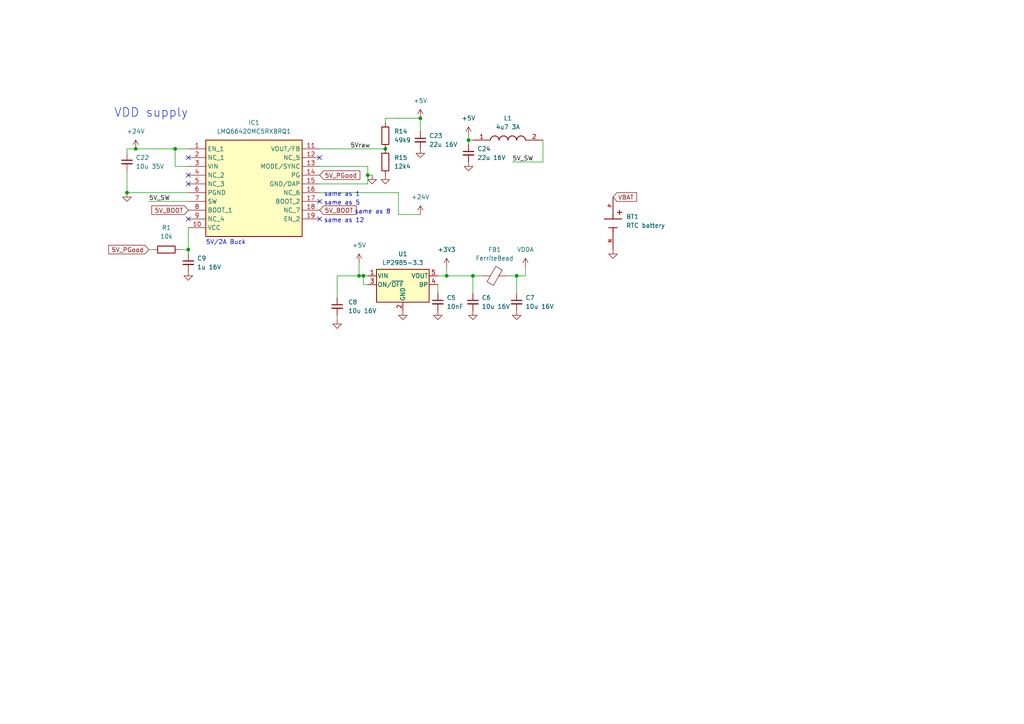
<source format=kicad_sch>
(kicad_sch (version 20230121) (generator eeschema)
  (paper "A4")
  (lib_symbols
    (symbol "Device:C_Small" (pin_numbers hide) (pin_names (offset 0.254) hide)
      (property "Reference" "C" (at 0.254 1.778 0))
      (property "Value" "C_Small" (at 0.254 -2.032 0))
      (symbol "C_Small_0_1"
        (polyline (pts (xy -1.524 -0.508) (xy 1.524 -0.508)) (stroke (width 0.3302)))
        (polyline (pts (xy -1.524 0.508) (xy 1.524 0.508)) (stroke (width 0.3048)))
      )
      (symbol "C_Small_1_1"
        (pin passive line (at 0 2.54 270) (length 2.032) (name "~") (number "1"))
        (pin passive line (at 0 -2.54 90) (length 2.032) (name "~") (number "2"))
      )
    )
    (symbol "Device:FerriteBead" (pin_numbers hide) (pin_names (offset 0))
      (property "Reference" "FB" (at -3.81 0.635 90))
      (property "Value" "FerriteBead" (at 3.81 0 90))
      (symbol "FerriteBead_0_1"
        (polyline (pts (xy 0 -1.27) (xy 0 -1.2192)))
        (polyline (pts (xy 0 1.27) (xy 0 1.2954)))
        (polyline (pts (xy -2.7686 0.4064) (xy -1.7018 2.2606) (xy 2.7686 -0.3048) (xy 1.6764 -2.159) (xy -2.7686 0.4064)))
      )
      (symbol "FerriteBead_1_1"
        (pin passive line (at 0 3.81 270) (length 2.54) (name "~") (number "1"))
        (pin passive line (at 0 -3.81 90) (length 2.54) (name "~") (number "2"))
      )
    )
    (symbol "Device:R" (pin_numbers hide) (pin_names (offset 0))
      (property "Reference" "R" (at 2.032 0 90))
      (property "Value" "R" (at 0 0 90))
      (symbol "R_0_1"
        (rectangle (start -1.016 -2.54) (end 1.016 2.54) (stroke (width 0.254)))
      )
      (symbol "R_1_1"
        (pin passive line (at 0 3.81 270) (length 1.27) (name "~") (number "1"))
        (pin passive line (at 0 -3.81 90) (length 1.27) (name "~") (number "2"))
      )
    )
    (symbol "Regulator_Linear:LP2985-3.3" (pin_names (offset 0.254))
      (property "Reference" "U" (at -6.35 5.715 0))
      (property "Value" "LP2985-3.3" (at 0 5.715 0))
      (symbol "LP2985-3.3_0_1"
        (rectangle (start -7.62 -5.08) (end 7.62 4.445) (stroke (width 0.254)) (fill (type background)))
      )
      (symbol "LP2985-3.3_1_1"
        (pin power_in line (at -10.16 2.54 0) (length 2.54) (name "VIN") (number "1"))
        (pin power_in line (at 0 -7.62 90) (length 2.54) (name "GND") (number "2"))
        (pin input line (at -10.16 0 0) (length 2.54) (name "ON/~{OFF}") (number "3"))
        (pin input line (at 10.16 0 180) (length 2.54) (name "BP") (number "4"))
        (pin power_out line (at 10.16 2.54 180) (length 2.54) (name "VOUT") (number "5"))
      )
    )
    (symbol "SamacSys_Parts:LMQ66420MC5RXBRQ1"
      (property "Reference" "IC" (at 34.29 7.62 0))
      (property "Value" "LMQ66420MC5RXBRQ1" (at 34.29 5.08 0))
      (symbol "LMQ66420MC5RXBRQ1_1_1"
        (rectangle (start 5.08 2.54) (end 33.02 -25.4) (stroke (width 0.254)) (fill (type background)))
        (pin passive line (at 0 0 0) (length 5.08) (name "EN_1") (number "1"))
        (pin passive line (at 0 -22.86 0) (length 5.08) (name "VCC") (number "10"))
        (pin passive line (at 38.1 0 180) (length 5.08) (name "VOUT/FB") (number "11"))
        (pin passive line (at 38.1 -2.54 180) (length 5.08) (name "NC_5") (number "12"))
        (pin passive line (at 38.1 -5.08 180) (length 5.08) (name "MODE/SYNC") (number "13"))
        (pin passive line (at 38.1 -7.62 180) (length 5.08) (name "PG") (number "14"))
        (pin passive line (at 38.1 -10.16 180) (length 5.08) (name "GND/DAP") (number "15"))
        (pin passive line (at 38.1 -12.7 180) (length 5.08) (name "NC_6") (number "16"))
        (pin passive line (at 38.1 -15.24 180) (length 5.08) (name "BOOT_2") (number "17"))
        (pin passive line (at 38.1 -17.78 180) (length 5.08) (name "NC_7") (number "18"))
        (pin passive line (at 38.1 -20.32 180) (length 5.08) (name "EN_2") (number "19"))
        (pin passive line (at 0 -2.54 0) (length 5.08) (name "NC_1") (number "2"))
        (pin passive line (at 0 -5.08 0) (length 5.08) (name "VIN") (number "3"))
        (pin passive line (at 0 -7.62 0) (length 5.08) (name "NC_2") (number "4"))
        (pin passive line (at 0 -10.16 0) (length 5.08) (name "NC_3") (number "5"))
        (pin passive line (at 0 -12.7 0) (length 5.08) (name "PGND") (number "6"))
        (pin passive line (at 0 -15.24 0) (length 5.08) (name "SW") (number "7"))
        (pin passive line (at 0 -17.78 0) (length 5.08) (name "BOOT_1") (number "8"))
        (pin passive line (at 0 -20.32 0) (length 5.08) (name "NC_4") (number "9"))
      )
    )
    (symbol "SamacSys_Parts:SRP5030WA-2R2M" (pin_names hide)
      (property "Reference" "L" (at 16.51 6.35 0))
      (property "Value" "SRP5030WA-2R2M" (at 16.51 3.81 0))
      (symbol "SRP5030WA-2R2M_1_1"
        (arc (start 7.62 0) (mid 6.35 1.219) (end 5.08 0) (stroke (width 0.254)))
        (arc (start 10.16 0) (mid 8.89 1.219) (end 7.62 0) (stroke (width 0.254)))
        (arc (start 12.7 0) (mid 11.43 1.219) (end 10.16 0) (stroke (width 0.254)))
        (arc (start 15.24 0) (mid 13.97 1.219) (end 12.7 0) (stroke (width 0.254)))
        (pin passive line (at 0 0 0) (length 5.08) (name "1") (number "1"))
        (pin passive line (at 20.32 0 180) (length 5.08) (name "2") (number "2"))
      )
    )
    (symbol "nturt_kicad_lib:1056" (pin_names (offset 1.016))
      (property "Reference" "BT" (at -3.81 3.81 0))
      (property "Value" "1056" (at -3.81 -5.08 0))
      (symbol "1056_0_0"
        (polyline (pts (xy -3.81 1.905) (xy -2.54 1.905)) (stroke (width 0.254)))
        (polyline (pts (xy -3.175 2.54) (xy -3.175 1.27)) (stroke (width 0.254)))
        (polyline (pts (xy -1.27 0) (xy -2.54 0)) (stroke (width 0.254)))
        (polyline (pts (xy -1.27 0) (xy -1.27 -2.54)) (stroke (width 0.254)))
        (polyline (pts (xy -1.27 2.54) (xy -1.27 0)) (stroke (width 0.254)))
        (polyline (pts (xy 1.27 0) (xy 1.27 -1.27)) (stroke (width 0.254)))
        (polyline (pts (xy 1.27 0) (xy 2.54 0)) (stroke (width 0.254)))
        (polyline (pts (xy 1.27 1.27) (xy 1.27 0)) (stroke (width 0.254)))
        (pin passive line (at 7.62 0 180) (length 5.08) (name "~") (number "N"))
        (pin passive line (at -7.62 0 0) (length 5.08) (name "~") (number "P"))
      )
    )
    (symbol "power:+24V" (power) (pin_names (offset 0))
      (property "Value" "+24V" (at 0 3.556 0))
      (symbol "+24V_0_1"
        (polyline (pts (xy -0.762 1.27) (xy 0 2.54)))
        (polyline (pts (xy 0 0) (xy 0 2.54)))
        (polyline (pts (xy 0 2.54) (xy 0.762 1.27)))
      )
      (symbol "+24V_1_1"
        (pin power_in line (at 0 0 90) (length 0) hide (name "+24V") (number "1"))
      )
    )
    (symbol "power:+3V3" (power) (pin_names (offset 0))
      (property "Value" "+3V3" (at 0 3.556 0))
      (symbol "+3V3_0_1"
        (polyline (pts (xy -0.762 1.27) (xy 0 2.54)))
        (polyline (pts (xy 0 0) (xy 0 2.54)))
        (polyline (pts (xy 0 2.54) (xy 0.762 1.27)))
      )
      (symbol "+3V3_1_1"
        (pin power_in line (at 0 0 90) (length 0) hide (name "+3V3") (number "1"))
      )
    )
    (symbol "power:+5V" (power) (pin_names (offset 0))
      (property "Value" "+5V" (at 0 3.556 0))
      (symbol "+5V_0_1"
        (polyline (pts (xy -0.762 1.27) (xy 0 2.54)))
        (polyline (pts (xy 0 0) (xy 0 2.54)))
        (polyline (pts (xy 0 2.54) (xy 0.762 1.27)))
      )
      (symbol "+5V_1_1"
        (pin power_in line (at 0 0 90) (length 0) hide (name "+5V") (number "1"))
      )
    )
    (symbol "power:GND" (power) (pin_names (offset 0))
      (property "Value" "GND" (at 0 -3.81 0))
      (symbol "GND_0_1"
        (polyline (pts (xy 0 0) (xy 0 -1.27) (xy 1.27 -1.27) (xy 0 -2.54) (xy -1.27 -1.27) (xy 0 -1.27)))
      )
      (symbol "GND_1_1"
        (pin power_in line (at 0 0 270) (length 0) hide (name "GND") (number "1"))
      )
    )
    (symbol "power:VDDA" (power) (pin_names (offset 0))
      (property "Value" "VDDA" (at 0 3.81 0))
      (symbol "VDDA_0_1"
        (polyline (pts (xy -0.762 1.27) (xy 0 2.54)))
        (polyline (pts (xy 0 0) (xy 0 2.54)))
        (polyline (pts (xy 0 2.54) (xy 0.762 1.27)))
      )
      (symbol "VDDA_1_1"
        (pin power_in line (at 0 0 90) (length 0) hide (name "VDDA") (number "1"))
      )
    )
  )
  (junction (at 135.89 40.64))
  (junction (at 121.92 34.29))
  (junction (at 137.16 80.01))
  (junction (at 36.83 55.88))
  (junction (at 129.54 80.01))
  (junction (at 104.14 80.01))
  (junction (at 39.37 43.18))
  (junction (at 50.8 43.18))
  (junction (at 105.41 80.01))
  (junction (at 54.61 72.39))
  (junction (at 149.86 80.01))
  (junction (at 106.68 50.8))
  (junction (at 111.76 43.18))
  (no_connect (at 54.61 53.34))
  (no_connect (at 54.61 63.5))
  (no_connect (at 54.61 50.8))
  (no_connect (at 92.71 58.42))
  (no_connect (at 92.71 63.5))
  (no_connect (at 54.61 45.72))
  (no_connect (at 92.71 45.72))
  (wire (pts (xy 54.61 66.04) (xy 54.61 72.39)))
  (wire (pts (xy 149.86 80.01) (xy 147.32 80.01)))
  (wire (pts (xy 135.89 39.37) (xy 135.89 40.64)))
  (wire (pts (xy 92.71 48.26) (xy 106.68 48.26)))
  (wire (pts (xy 43.18 72.39) (xy 44.45 72.39)))
  (wire (pts (xy 52.07 72.39) (xy 54.61 72.39)))
  (wire (pts (xy 157.48 46.99) (xy 157.48 40.64)))
  (wire (pts (xy 50.8 43.18) (xy 39.37 43.18)))
  (wire (pts (xy 107.95 50.8) (xy 106.68 50.8)))
  (wire (pts (xy 121.92 34.29) (xy 111.76 34.29)))
  (wire (pts (xy 97.79 80.01) (xy 97.79 86.36)))
  (wire (pts (xy 36.83 49.53) (xy 36.83 55.88)))
  (wire (pts (xy 149.86 80.01) (xy 152.4 80.01)))
  (wire (pts (xy 152.4 77.47) (xy 152.4 80.01)))
  (wire (pts (xy 104.14 76.2) (xy 104.14 80.01)))
  (wire (pts (xy 36.83 55.88) (xy 54.61 55.88)))
  (wire (pts (xy 127 85.09) (xy 127 82.55)))
  (wire (pts (xy 106.68 48.26) (xy 106.68 50.8)))
  (wire (pts (xy 50.8 43.18) (xy 54.61 43.18)))
  (wire (pts (xy 135.89 41.91) (xy 135.89 40.64)))
  (wire (pts (xy 148.59 46.99) (xy 157.48 46.99)))
  (wire (pts (xy 106.68 50.8) (xy 106.68 53.34)))
  (wire (pts (xy 104.14 80.01) (xy 105.41 80.01)))
  (wire (pts (xy 36.83 43.18) (xy 39.37 43.18)))
  (wire (pts (xy 54.61 48.26) (xy 50.8 48.26)))
  (wire (pts (xy 43.18 58.42) (xy 54.61 58.42)))
  (wire (pts (xy 105.41 80.01) (xy 105.41 82.55)))
  (wire (pts (xy 149.86 80.01) (xy 149.86 85.09)))
  (wire (pts (xy 97.79 91.44) (xy 97.79 92.71)))
  (wire (pts (xy 54.61 72.39) (xy 54.61 73.66)))
  (wire (pts (xy 137.16 80.01) (xy 137.16 85.09)))
  (wire (pts (xy 111.76 34.29) (xy 111.76 35.56)))
  (wire (pts (xy 92.71 53.34) (xy 106.68 53.34)))
  (wire (pts (xy 50.8 48.26) (xy 50.8 43.18)))
  (wire (pts (xy 129.54 77.47) (xy 129.54 80.01)))
  (wire (pts (xy 121.92 62.23) (xy 115.57 62.23)))
  (wire (pts (xy 36.83 44.45) (xy 36.83 43.18)))
  (wire (pts (xy 121.92 34.29) (xy 121.92 38.1)))
  (wire (pts (xy 105.41 82.55) (xy 106.68 82.55)))
  (wire (pts (xy 115.57 55.88) (xy 92.71 55.88)))
  (wire (pts (xy 137.16 40.64) (xy 135.89 40.64)))
  (wire (pts (xy 92.71 43.18) (xy 111.76 43.18)))
  (wire (pts (xy 129.54 80.01) (xy 137.16 80.01)))
  (wire (pts (xy 105.41 80.01) (xy 106.68 80.01)))
  (wire (pts (xy 115.57 62.23) (xy 115.57 55.88)))
  (wire (pts (xy 97.79 80.01) (xy 104.14 80.01)))
  (wire (pts (xy 127 80.01) (xy 129.54 80.01)))
  (wire (pts (xy 137.16 80.01) (xy 139.7 80.01)))
  (text "same as 8" (at 102.87 62.23 0) (effects (font (size 1.27 1.27)) (justify left bottom)))
  (text "same as 5" (at 93.98 59.69 0) (effects (font (size 1.27 1.27)) (justify left bottom)))
  (text "VDD supply" (at 33.02 34.29 0) (effects (font (size 2.54 2.54)) (justify left bottom)))
  (text "same as 1" (at 93.98 57.15 0) (effects (font (size 1.27 1.27)) (justify left bottom)))
  (text "same as 12" (at 93.98 64.77 0) (effects (font (size 1.27 1.27)) (justify left bottom)))
  (text "5V/2A Buck" (at 59.69 71.12 0) (effects (font (size 1.27 1.27)) (justify left bottom)))
  (label "5V_SW" (at 43.18 58.42 0))
  (label "5V_SW" (at 148.59 46.99 0))
  (label "5Vraw" (at 101.6 43.18 0))
  (global_label "5V_PGood" (shape input) (at 92.71 50.8 0) (property "Intersheetrefs" "${INTERSHEET_REFS}" (effects hide)))
  (global_label "VBAT" (shape input) (at 177.8 57.15 0) (property "Intersheetrefs" "${INTERSHEET_REFS}" (effects hide)))
  (global_label "5V_BOOT" (shape input) (at 92.71 60.96 0) (property "Intersheetrefs" "${INTERSHEET_REFS}" (effects hide)))
  (global_label "5V_PGood" (shape input) (at 43.18 72.39 180) (property "Intersheetrefs" "${INTERSHEET_REFS}" (effects hide)))
  (global_label "5V_BOOT" (shape input) (at 54.61 60.96 180) (property "Intersheetrefs" "${INTERSHEET_REFS}" (effects hide)))
  (symbol (lib_id "SamacSys_Parts:LMQ66420MC5RXBRQ1") (at 54.61 43.18 0) (unit 1)
    (property "Reference" "IC1" (at 73.66 35.56 0))
    (property "Value" "LMQ66420MC5RXBRQ1" (at 73.66 38.1 0))
    (property "Footprint" "SamacSys_Parts:LMR66430R5RXBR" (effects hide))
    (property "Datasheet" "https://www.ti.com/lit/gpn/lmq66420-q1?HQS=ti-null-null-sf-df-pf-sep-wwe&DCM=yes?hkey=EF798316E3902B6ED9A73243A3159BB0" (effects hide))
    (property "Height" "1.05" (effects hide))
    (property "Manufacturer_Name" "Texas Instruments" (effects hide))
    (property "Manufacturer_Part_Number" "LMQ66420MC5RXBRQ1" (effects hide))
    (property "Mouser Part Number" "595-MQ66420MC5RXBRQ1" (effects hide))
    (property "Mouser Price/Stock" "https://www.mouser.co.uk/ProductDetail/Texas-Instruments/LMQ66420MC5RXBRQ1?qs=1Kr7Jg1SGW%2FJb4To9Gytbg%3D%3D" (effects hide))
    (instances (project "rearbox_nucleo_1" (path "" (reference "IC1") (unit 1))) (project "DIY_IMU" (path "" (reference "IC3") (unit 1)) (path "" (reference "IC2") (unit 1))) (project "power board" (path "" (reference "IC1") (unit 1)) (path "" (reference "IC1") (unit 1))))
  )
  (symbol (lib_id "Device:C_Small") (at 137.16 87.63 0) (unit 1)
    (property "Reference" "C6" (at 139.7 86.36 0) (effects (justify left)))
    (property "Value" "10u 16V" (at 139.7 88.9 0) (effects (justify left)))
    (property "Footprint" "Capacitor_SMD:C_1206_3216Metric" (effects hide))
    (instances (project "DIY_IMU" (path "" (reference "C6") (unit 1)) (path "" (reference "C6") (unit 1))) (project "power board" (path "" (reference "C8") (unit 1)) (path "" (reference "C8") (unit 1))))
  )
  (symbol (lib_id "power:GND") (at 149.86 90.17 0) (unit 1)
    (property "Reference" "#PWR020" (effects hide))
    (property "Value" "GND" (effects hide))
    (instances (project "DIY_IMU" (path "" (reference "#PWR020") (unit 1)) (path "" (reference "#PWR020") (unit 1))) (project "power board" (path "" (reference "#PWR033") (unit 1)) (path "" (reference "#PWR033") (unit 1))))
  )
  (symbol (lib_id "power:+5V") (at 135.89 39.37 0) (unit 1)
    (property "Reference" "#PWR038" (effects hide))
    (property "Value" "+5V" (at 135.89 34.29 0))
    (instances (project "rearbox_nucleo_1" (path "" (reference "#PWR038") (unit 1))) (project "DIY_IMU" (path "" (reference "#PWR05") (unit 1)) (path "" (reference "#PWR05") (unit 1))) (project "BMS_MASTER_STM32F105RC" (path "" (reference "#PWR026") (unit 1))) (project "power board" (path "" (reference "#PWR04") (unit 1)) (path "" (reference "#PWR04") (unit 1))))
  )
  (symbol (lib_id "power:GND") (at 36.83 55.88 0) (unit 1)
    (property "Reference" "#PWR024" (effects hide))
    (property "Value" "GND" (effects hide))
    (instances (project "rearbox_nucleo_1" (path "" (reference "#PWR024") (unit 1))) (project "DIY_IMU" (path "" (reference "#PWR011") (unit 1)) (path "" (reference "#PWR011") (unit 1))) (project "BMS_MASTER_STM32F105RC" (path "" (reference "#PWR018") (unit 1))) (project "power board" (path "" (reference "#PWR014") (unit 1)) (path "" (reference "#PWR014") (unit 1))))
  )
  (symbol (lib_id "power:GND") (at 116.84 90.17 0) (unit 1)
    (property "Reference" "#PWR017" (effects hide))
    (property "Value" "GND" (effects hide))
    (instances (project "DIY_IMU" (path "" (reference "#PWR017") (unit 1)) (path "" (reference "#PWR017") (unit 1))) (project "power board" (path "" (reference "#PWR030") (unit 1)) (path "" (reference "#PWR030") (unit 1))))
  )
  (symbol (lib_id "power:GND") (at 121.92 43.18 0) (unit 1)
    (property "Reference" "#PWR096" (effects hide))
    (property "Value" "GND" (effects hide))
    (instances (project "rearbox_nucleo_1" (path "" (reference "#PWR096") (unit 1))) (project "DIY_IMU" (path "" (reference "#PWR07") (unit 1)) (path "" (reference "#PWR07") (unit 1))) (project "BMS_MASTER_STM32F105RC" (path "" (reference "#PWR025") (unit 1))) (project "power board" (path "" (reference "#PWR013") (unit 1)) (path "" (reference "#PWR010") (unit 1))))
  )
  (symbol (lib_id "power:GND") (at 97.79 92.71 0) (unit 1)
    (property "Reference" "#PWR021" (effects hide))
    (property "Value" "GND" (effects hide))
    (instances (project "DIY_IMU" (path "" (reference "#PWR021") (unit 1)) (path "" (reference "#PWR021") (unit 1))) (project "power board" (path "" (reference "#PWR036") (unit 1)) (path "" (reference "#PWR036") (unit 1))))
  )
  (symbol (lib_id "power:+24V") (at 39.37 43.18 0) (unit 1)
    (property "Reference" "#PWR0107" (effects hide))
    (property "Value" "+24V" (at 39.37 38.1 0))
    (instances (project "rearbox_nucleo_1" (path "" (reference "#PWR0107") (unit 1)) (path "" (reference "#PWR019") (unit 1))) (project "DIY_IMU" (path "" (reference "#PWR06") (unit 1)) (path "" (reference "#PWR06") (unit 1))) (project "power board" (path "" (reference "#PWR06") (unit 1)) (path "" (reference "#PWR06") (unit 1))))
  )
  (symbol (lib_id "power:GND") (at 107.95 50.8 0) (unit 1)
    (property "Reference" "#PWR079" (effects hide))
    (property "Value" "GND" (effects hide))
    (instances (project "rearbox_nucleo_1" (path "" (reference "#PWR079") (unit 1))) (project "DIY_IMU" (path "" (reference "#PWR09") (unit 1)) (path "" (reference "#PWR09") (unit 1))) (project "BMS_MASTER_STM32F105RC" (path "" (reference "#PWR023") (unit 1))) (project "power board" (path "" (reference "#PWR011") (unit 1)) (path "" (reference "#PWR012") (unit 1))))
  )
  (symbol (lib_id "Device:R") (at 48.26 72.39 90) (unit 1)
    (property "Reference" "R1" (at 48.26 66.04 90))
    (property "Value" "10k" (at 48.26 68.58 90))
    (property "Footprint" "Resistor_SMD:R_0603_1608Metric" (effects hide))
    (instances (project "rearbox_nucleo_1" (path "" (reference "R1") (unit 1))) (project "DIY_IMU" (path "" (reference "R3") (unit 1)) (path "" (reference "R3") (unit 1))) (project "BMS_MASTER_STM32F105RC" (path "" (reference "R3") (unit 1))) (project "power board" (path "" (reference "R9") (unit 1)) (path "" (reference "R9") (unit 1))))
  )
  (symbol (lib_id "power:GND") (at 54.61 78.74 0) (unit 1)
    (property "Reference" "#PWR067" (effects hide))
    (property "Value" "GND" (effects hide))
    (instances (project "rearbox_nucleo_1" (path "" (reference "#PWR067") (unit 1))) (project "DIY_IMU" (path "" (reference "#PWR013") (unit 1)) (path "" (reference "#PWR016") (unit 1))) (project "BMS_MASTER_STM32F105RC" (path "" (reference "#PWR017") (unit 1))) (project "power board" (path "" (reference "#PWR021") (unit 1)) (path "" (reference "#PWR021") (unit 1))))
  )
  (symbol (lib_id "power:GND") (at 137.16 90.17 0) (unit 1)
    (property "Reference" "#PWR019" (effects hide))
    (property "Value" "GND" (effects hide))
    (instances (project "DIY_IMU" (path "" (reference "#PWR019") (unit 1)) (path "" (reference "#PWR019") (unit 1))) (project "power board" (path "" (reference "#PWR032") (unit 1)) (path "" (reference "#PWR032") (unit 1))))
  )
  (symbol (lib_id "Device:R") (at 111.76 39.37 0) (unit 1)
    (property "Reference" "R14" (at 114.3 38.1 0) (effects (justify left)))
    (property "Value" "49k9" (at 114.3 40.64 0) (effects (justify left)))
    (property "Footprint" "Resistor_SMD:R_0603_1608Metric" (effects hide))
    (instances (project "rearbox_nucleo_1" (path "" (reference "R14") (unit 1))) (project "DIY_IMU" (path "" (reference "R1") (unit 1)) (path "" (reference "R1") (unit 1))) (project "BMS_MASTER_STM32F105RC" (path "" (reference "R1") (unit 1))) (project "power board" (path "" (reference "R1") (unit 1)) (path "" (reference "R1") (unit 1))))
  )
  (symbol (lib_id "power:+5V") (at 104.14 76.2 0) (unit 1)
    (property "Reference" "#PWR095" (effects hide))
    (property "Value" "+5V" (at 104.14 71.12 0))
    (instances (project "rearbox_nucleo_1" (path "" (reference "#PWR095") (unit 1))) (project "DIY_IMU" (path "" (reference "#PWR014") (unit 1)) (path "" (reference "#PWR013") (unit 1))) (project "BMS_MASTER_STM32F105RC" (path "" (reference "#PWR026") (unit 1))) (project "power board" (path "" (reference "#PWR027") (unit 1)) (path "" (reference "#PWR027") (unit 1))))
  )
  (symbol (lib_id "power:+3V3") (at 129.54 77.47 0) (unit 1)
    (property "Reference" "#PWR016" (effects hide))
    (property "Value" "+3V3" (at 129.54 72.39 0))
    (instances (project "DIY_IMU" (path "" (reference "#PWR016") (unit 1)) (path "" (reference "#PWR014") (unit 1))))
  )
  (symbol (lib_id "power:+5V") (at 121.92 34.29 0) (unit 1)
    (property "Reference" "#PWR095" (effects hide))
    (property "Value" "+5V" (at 121.92 29.21 0))
    (instances (project "rearbox_nucleo_1" (path "" (reference "#PWR095") (unit 1))) (project "DIY_IMU" (path "" (reference "#PWR04") (unit 1)) (path "" (reference "#PWR04") (unit 1))) (project "BMS_MASTER_STM32F105RC" (path "" (reference "#PWR026") (unit 1))) (project "power board" (path "" (reference "#PWR01") (unit 1)) (path "" (reference "#PWR01") (unit 1))))
  )
  (symbol (lib_id "Device:C_Small") (at 135.89 44.45 0) (unit 1)
    (property "Reference" "C24" (at 138.43 43.1863 0) (effects (justify left)))
    (property "Value" "22u 16V" (at 138.43 45.7263 0) (effects (justify left)))
    (property "Footprint" "Capacitor_SMD:C_1206_3216Metric" (effects hide))
    (instances (project "rearbox_nucleo_1" (path "" (reference "C24") (unit 1))) (project "DIY_IMU" (path "" (reference "C2") (unit 1)) (path "" (reference "C2") (unit 1))) (project "power board" (path "" (reference "C3") (unit 1)) (path "" (reference "C3") (unit 1))))
  )
  (symbol (lib_id "nturt_kicad_lib:1056") (at 177.8 64.77 270) (unit 1)
    (property "Reference" "BT1" (at 181.61 62.865 90) (effects (justify left)))
    (property "Value" "RTC battery" (at 181.61 65.405 90) (effects (justify left)))
    (property "Footprint" "nturt_kicad_lib:BAT_1056" (effects hide))
    (property "PARTREV" "D" (effects hide))
    (property "STANDARD" "Manufacturer Recommendations" (effects hide))
    (property "SNAPEDA_PN" "1056" (effects hide))
    (property "MAXIMUM_PACKAGE_HEIGHT" "3.99mm" (effects hide))
    (property "MANUFACTURER" "Keystone" (effects hide))
  )
  (symbol (lib_id "SamacSys_Parts:SRP5030WA-2R2M") (at 137.16 40.64 0) (unit 1)
    (property "Reference" "L1" (at 147.32 34.29 0))
    (property "Value" "4u7 3A" (at 147.32 36.83 0))
    (property "Footprint" "SamacSys_Parts:INDPM5552X300N" (effects hide))
    (property "Datasheet" "https://g.componentsearchengine.com/Datasheets/0/17601779.pdf" (effects hide))
    (property "Height" "3" (effects hide))
    (property "Mouser Part Number" "652-SRP5030WA-2R2M" (effects hide))
    (property "Mouser Price/Stock" "https://www.mouser.co.uk/ProductDetail/Bourns/SRP5030WA-2R2M?qs=9vOqFld9vZVq3RBIMMlcwg%3D%3D" (effects hide))
    (property "Manufacturer_Name" "Bourns" (effects hide))
    (property "Manufacturer_Part_Number" "SRP5030WA-2R2M" (effects hide))
  )
  (symbol (lib_id "Device:FerriteBead") (at 143.51 80.01 90) (unit 1)
    (property "Reference" "FB1" (at 143.4592 72.39 90))
    (property "Value" "FerriteBead" (at 143.4592 74.93 90))
    (property "Footprint" "Inductor_SMD:L_0805_2012Metric" (effects hide))
  )
  (symbol (lib_id "Device:C_Small") (at 54.61 76.2 0) (unit 1)
    (property "Reference" "C9" (at 57.15 74.9363 0) (effects (justify left)))
    (property "Value" "1u 16V" (at 57.15 77.4763 0) (effects (justify left)))
    (property "Footprint" "Capacitor_SMD:C_0805_2012Metric" (effects hide))
    (instances (project "rearbox_nucleo_1" (path "" (reference "C9") (unit 1))) (project "DIY_IMU" (path "" (reference "C4") (unit 1)) (path "" (reference "C4") (unit 1))) (project "power board" (path "" (reference "C6") (unit 1)) (path "" (reference "C6") (unit 1))))
  )
  (symbol (lib_id "power:GND") (at 177.8 72.39 0) (unit 1)
    (property "Reference" "#PWR088" (effects hide))
    (property "Value" "GND" (effects hide))
    (instances (project "rearbox_nucleo_1" (path "" (reference "#PWR088") (unit 1))) (project "RpiHat" (path "" (reference "#PWR021") (unit 1)) (path "" (reference "#PWR012") (unit 1))) (project "DIY_IMU" (path "" (reference "#PWR058") (unit 1))))
  )
  (symbol (lib_id "power:GND") (at 135.89 46.99 0) (unit 1)
    (property "Reference" "#PWR089" (effects hide))
    (property "Value" "GND" (effects hide))
    (instances (project "rearbox_nucleo_1" (path "" (reference "#PWR089") (unit 1))) (project "DIY_IMU" (path "" (reference "#PWR08") (unit 1)) (path "" (reference "#PWR08") (unit 1))) (project "BMS_MASTER_STM32F105RC" (path "" (reference "#PWR022") (unit 1))) (project "power board" (path "" (reference "#PWR010") (unit 1)) (path "" (reference "#PWR011") (unit 1))))
  )
  (symbol (lib_id "power:+24V") (at 121.92 62.23 0) (unit 1)
    (property "Reference" "#PWR0107" (effects hide))
    (property "Value" "+24V" (at 121.92 57.15 0))
    (instances (project "rearbox_nucleo_1" (path "" (reference "#PWR0107") (unit 1)) (path "" (reference "#PWR091") (unit 1))) (project "DIY_IMU" (path "" (reference "#PWR012") (unit 1)) (path "" (reference "#PWR012") (unit 1))) (project "power board" (path "" (reference "#PWR019") (unit 1)) (path "" (reference "#PWR019") (unit 1))))
  )
  (symbol (lib_id "Device:C_Small") (at 127 87.63 0) (unit 1)
    (property "Reference" "C5" (at 129.54 86.3663 0) (effects (justify left)))
    (property "Value" "10nF" (at 129.54 88.9063 0) (effects (justify left)))
    (property "Footprint" "Capacitor_SMD:C_0805_2012Metric" (effects hide))
    (instances (project "DIY_IMU" (path "" (reference "C5") (unit 1)) (path "" (reference "C5") (unit 1))) (project "power board" (path "" (reference "C7") (unit 1)) (path "" (reference "C7") (unit 1))))
  )
  (symbol (lib_id "power:GND") (at 127 90.17 0) (unit 1)
    (property "Reference" "#PWR018" (effects hide))
    (property "Value" "GND" (effects hide))
    (instances (project "DIY_IMU" (path "" (reference "#PWR018") (unit 1)) (path "" (reference "#PWR018") (unit 1))) (project "power board" (path "" (reference "#PWR031") (unit 1)) (path "" (reference "#PWR031") (unit 1))))
  )
  (symbol (lib_id "power:GND") (at 111.76 50.8 0) (unit 1)
    (property "Reference" "#PWR087" (effects hide))
    (property "Value" "GND" (effects hide))
    (instances (project "rearbox_nucleo_1" (path "" (reference "#PWR087") (unit 1))) (project "DIY_IMU" (path "" (reference "#PWR010") (unit 1)) (path "" (reference "#PWR010") (unit 1))) (project "BMS_MASTER_STM32F105RC" (path "" (reference "#PWR020") (unit 1))) (project "power board" (path "" (reference "#PWR012") (unit 1)) (path "" (reference "#PWR013") (unit 1))))
  )
  (symbol (lib_id "Device:R") (at 111.76 46.99 0) (unit 1)
    (property "Reference" "R15" (at 114.3 45.72 0) (effects (justify left)))
    (property "Value" "12k4" (at 114.3 48.26 0) (effects (justify left)))
    (property "Footprint" "Resistor_SMD:R_0603_1608Metric" (effects hide))
    (instances (project "rearbox_nucleo_1" (path "" (reference "R15") (unit 1))) (project "DIY_IMU" (path "" (reference "R2") (unit 1)) (path "" (reference "R2") (unit 1))) (project "BMS_MASTER_STM32F105RC" (path "" (reference "R2") (unit 1))) (project "power board" (path "" (reference "R4") (unit 1)) (path "" (reference "R4") (unit 1))))
  )
  (symbol (lib_id "Device:C_Small") (at 149.86 87.63 0) (unit 1)
    (property "Reference" "C7" (at 152.4 86.36 0) (effects (justify left)))
    (property "Value" "10u 16V" (at 152.4 88.9 0) (effects (justify left)))
    (property "Footprint" "Capacitor_SMD:C_1206_3216Metric" (effects hide))
    (instances (project "DIY_IMU" (path "" (reference "C7") (unit 1)) (path "" (reference "C7") (unit 1))) (project "power board" (path "" (reference "C9") (unit 1)) (path "" (reference "C9") (unit 1))))
  )
  (symbol (lib_id "Regulator_Linear:LP2985-3.3") (at 116.84 82.55 0) (unit 1)
    (property "Reference" "U1" (at 116.84 73.66 0))
    (property "Value" "LP2985-3.3" (at 116.84 76.2 0))
    (property "Footprint" "Package_TO_SOT_SMD:SOT-23-5" (effects hide))
    (property "Datasheet" "http://www.ti.com/lit/ds/symlink/lp2985.pdf" (effects hide))
  )
  (symbol (lib_id "Device:C_Small") (at 121.92 40.64 0) (unit 1)
    (property "Reference" "C23" (at 124.46 39.3763 0) (effects (justify left)))
    (property "Value" "22u 16V" (at 124.46 41.9163 0) (effects (justify left)))
    (property "Footprint" "Capacitor_SMD:C_1206_3216Metric" (effects hide))
    (instances (project "rearbox_nucleo_1" (path "" (reference "C23") (unit 1))) (project "DIY_IMU" (path "" (reference "C1") (unit 1)) (path "" (reference "C1") (unit 1))) (project "power board" (path "" (reference "C4") (unit 1)) (path "" (reference "C4") (unit 1))))
  )
  (symbol (lib_id "Device:C_Small") (at 97.79 88.9 0) (unit 1)
    (property "Reference" "C8" (at 100.965 87.63 0) (effects (justify left)))
    (property "Value" "10u 16V" (at 100.965 90.17 0) (effects (justify left)))
    (property "Footprint" "Capacitor_SMD:C_1206_3216Metric" (effects hide))
    (instances (project "DIY_IMU" (path "" (reference "C8") (unit 1)) (path "" (reference "C8") (unit 1))) (project "power board" (path "" (reference "C10") (unit 1)) (path "" (reference "C10") (unit 1))))
  )
  (symbol (lib_id "Device:C_Small") (at 36.83 46.99 0) (unit 1)
    (property "Reference" "C22" (at 39.37 45.7263 0) (effects (justify left)))
    (property "Value" "10u 35V" (at 39.37 48.2663 0) (effects (justify left)))
    (property "Footprint" "Capacitor_SMD:C_1206_3216Metric" (effects hide))
    (instances (project "rearbox_nucleo_1" (path "" (reference "C22") (unit 1))) (project "DIY_IMU" (path "" (reference "C3") (unit 1)) (path "" (reference "C3") (unit 1))) (project "power board" (path "" (reference "C2") (unit 1)) (path "" (reference "C2") (unit 1))))
  )
  (symbol (lib_id "power:VDDA") (at 152.4 77.47 0) (unit 1)
    (property "Reference" "#PWR057" (effects hide))
    (property "Value" "VDDA" (at 152.4 72.39 0))
  )
)
</source>
